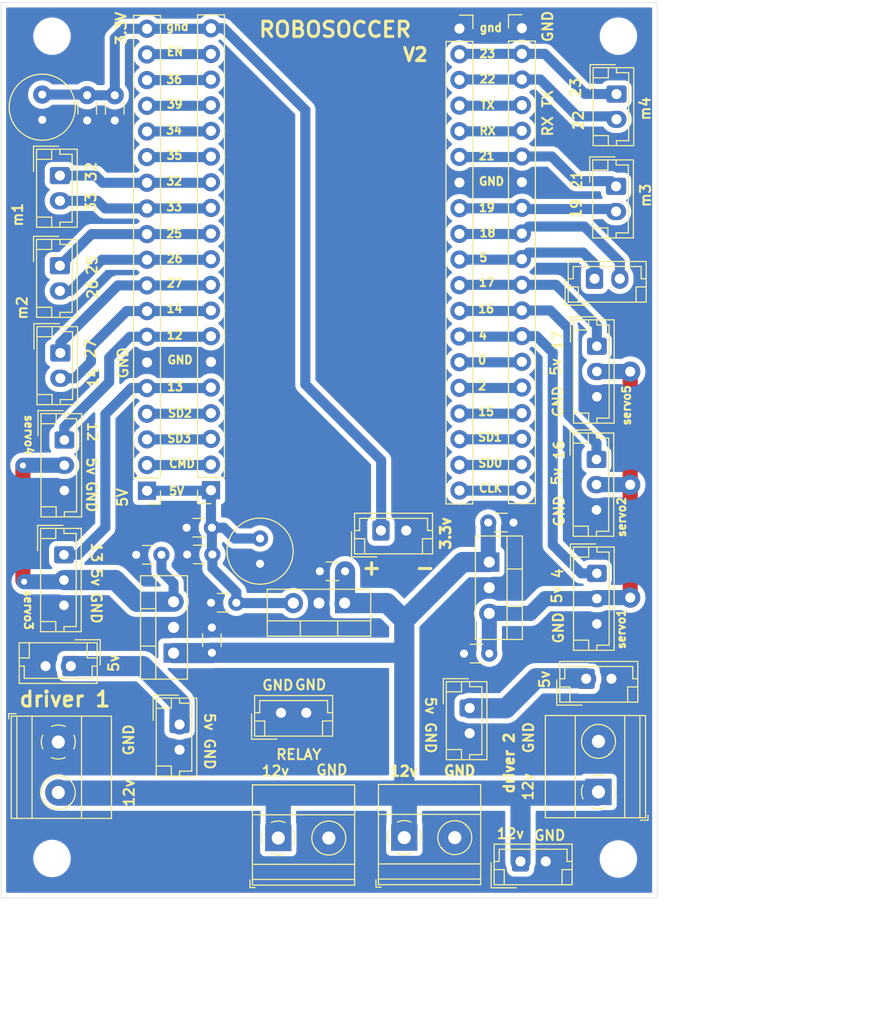
<source format=kicad_pcb>
(kicad_pcb (version 20240108) (generator "pcbnew") (generator_version "8.0")
  (layers (0 "F.Cu" signal) (31 "B.Cu" signal) (34 "B.Paste" user) (35 "F.Paste" user) (36 "B.SilkS" user "B.Silkscreen") (37 "F.SilkS" user "F.Silkscreen") (38 "B.Mask" user) (39 "F.Mask" user) (44 "Edge.Cuts" user))
  (net 0 "")
  (net 1 "GND")
  (net 2 "12v")
  (net 3 "3.3V")
  (net 4 "18")
  (net 5 "2")
  (net 6 "RX")
  (net 7 "21")
  (net 8 "TX")
  (net 9 "SD1")
  (net 10 "0")
  (net 11 "SD0")
  (net 12 "22")
  (net 13 "4")
  (net 14 "15")
  (net 15 "5")
  (net 16 "17")
  (net 17 "CLK")
  (net 18 "19")
  (net 19 "16")
  (net 20 "14")
  (net 21 "SD2")
  (net 22 "26")
  (net 23 "33")
  (net 24 "32")
  (net 25 "CMD")
  (net 26 "25")
  (net 27 "13")
  (net 28 "27")
  (net 29 "35")
  (net 30 "39")
  (net 31 "EN")
  (net 32 "34")
  (net 33 "12")
  (net 34 "36")
  (net 35 "SD3")
  (net 36 "23")
  (net 37 "5v-ESP")
  (net 38 "5v-3 4")
  (net 39 "5v-1 2 5")
  (net 40 "5v-d1")
  (net 41 "5v-d2")
  (footprint "Connector_JST:JST_EH_B2B-EH-A_1x02_P2.50mm_Vertical" (layer "F.Cu") (at 89.34 151.82 -90)
    (property "Reference" "J21" (hide yes))
    (property "Value" "5V D1" (hide yes))
  )
  (footprint "Capacitor_THT:C_Disc_D3.0mm_W1.6mm_P2.50mm" (layer "F.Cu") (at 105.72 136.65 180)
    (property "Reference" "C7" (hide yes))
    (property "Value" "0.1uf" (hide yes))
  )
  (footprint "Capacitor_THT:C_Disc_D3.0mm_W1.6mm_P2.50mm" (layer "F.Cu") (at 82.93 89.54 -90)
    (property "Reference" "C9" (hide yes))
    (property "Value" "0.1uf" (hide yes))
  )
  (footprint "Capacitor_THT:C_Disc_D3.0mm_W1.6mm_P2.50mm" (layer "F.Cu") (at 92.54 144.72 90)
    (property "Reference" "C1" (hide yes))
    (property "Value" "0.1uf" (hide yes))
  )
  (footprint "Connector_JST:JST_EH_B2B-EH-A_1x02_P2.50mm_Vertical" (layer "F.Cu") (at 129.58 147.29)
    (property "Reference" "J7" (hide yes))
    (property "Value" "5V D1" (hide yes))
  )
  (footprint "MountingHole:MountingHole_3.2mm_M3" (layer "F.Cu") (at 132.77 83.69)
    (property "Reference" "H1" (hide yes))
    (property "Value" "MountingHole" (hide yes))
  )
  (footprint "Connector_JST:JST_EH_B2B-EH-A_1x02_P2.50mm_Vertical" (layer "F.Cu") (at 109.27 132.62)
    (property "Reference" "J16" (hide yes))
    (property "Value" "battery conn" (hide yes))
  )
  (footprint "TerminalBlock_Phoenix:TerminalBlock_Phoenix_MKDS-1,5-2_1x02_P5.00mm_Horizontal" (layer "F.Cu") (at 130.8 158.49 90)
    (property "Reference" "J22" (hide yes))
    (property "Value" "battery conn" (hide yes))
  )
  (footprint "Connector_JST:JST_EH_B2B-EH-A_1x02_P2.50mm_Vertical" (layer "F.Cu") (at 132.58 89.42 -90)
    (property "Reference" "J8" (hide yes))
    (property "Value" "5V D1" (hide yes))
  )
  (footprint "MountingHole:MountingHole_3.2mm_M3" (layer "F.Cu") (at 132.77 165.13)
    (property "Reference" "H4" (hide yes))
    (property "Value" "MountingHole" (hide yes))
  )
  (footprint "Connector_JST:JST_EH_B2B-EH-A_1x02_P2.50mm_Vertical" (layer "F.Cu") (at 77.54 115.05 -90)
    (property "Reference" "J6" (hide yes))
    (property "Value" "5V D1" (hide yes))
  )
  (footprint "Connector_JST:JST_EH_B2B-EH-A_1x02_P2.50mm_Vertical" (layer "F.Cu") (at 132.54 98.55 -90)
    (property "Reference" "J25" (hide yes))
    (property "Value" "5V D1" (hide yes))
  )
  (footprint "MountingHole:MountingHole_3.2mm_M3" (layer "F.Cu") (at 76.72 83.69)
    (property "Reference" "H2" (hide yes))
    (property "Value" "MountingHole")
  )
  (footprint "Connector_PinHeader_2.54mm:PinHeader_1x19_P2.54mm_Vertical" (layer "F.Cu") (at 86.12 128.68 180)
    (property "Reference" "J14" (hide yes))
    (property "Value" "Conn_01x19_Pin" (hide yes))
  )
  (footprint "Connector_PinSocket_2.54mm:PinSocket_1x19_P2.54mm_Vertical" (layer "F.Cu") (at 117.04 82.94)
    (property "Reference" "J1" (hide yes))
    (property "Value" "Conn_01x19_Pin" (hide yes))
  )
  (footprint "Connector_JST:JST_EH_B3B-EH-A_1x03_P2.50mm_Vertical" (layer "F.Cu") (at 77.94 123.66 -90)
    (property "Reference" "J19" (hide yes))
    (property "Value" "servo 1" (hide yes))
  )
  (footprint "Capacitor_THT:C_Disc_D3.0mm_W1.6mm_P2.50mm" (layer "F.Cu") (at 87.55 135.02 180)
    (property "Reference" "C2" (hide yes))
    (property "Value" "0.1uf" (hide yes))
  )
  (footprint "Package_TO_SOT_THT:TO-220-3_Vertical" (layer "F.Cu") (at 88.75 144.75 90)
    (property "Reference" "U3" (hide yes))
    (property "Value" "L7805" (hide yes))
  )
  (footprint "Connector_JST:JST_EH_B2B-EH-A_1x02_P2.50mm_Vertical" (layer "F.Cu") (at 130.41 107.7)
    (property "Reference" "J9" (hide yes))
    (property "Value" "5V D1")
  )
  (footprint "Connector_JST:JST_EH_B3B-EH-A_1x03_P2.50mm_Vertical" (layer "F.Cu") (at 77.9 135.02 -90)
    (property "Reference" "J12" (hide yes))
    (property "Value" "servo3" (hide yes))
  )
  (footprint "Capacitor_THT:C_Disc_D3.0mm_W1.6mm_P2.50mm" (layer "F.Cu") (at 92.59 134.99 180)
    (property "Reference" "C12" (hide yes))
    (property "Value" "0.1uf" (hide yes))
  )
  (footprint "Capacitor_THT:C_Disc_D3.0mm_W1.6mm_P2.50mm" (layer "F.Cu") (at 92.54 132.34 180)
    (property "Reference" "C13" (hide yes))
    (property "Value" "0.1uf" (hide yes))
  )
  (footprint "Package_TO_SOT_THT:TO-220-3_Vertical" (layer "F.Cu") (at 105.68 139.8 180)
    (property "Reference" "U2" (hide yes))
    (property "Value" "L7805" (hide yes))
  )
  (footprint "Package_TO_SOT_THT:TO-220-3_Vertical" (layer "F.Cu") (at 119.99 135.74 -90)
    (property "Reference" "U1" (hide yes))
    (property "Value" "L7805" (hide yes))
  )
  (footprint "Capacitor_THT:C_Disc_D3.0mm_W1.6mm_P2.50mm" (layer "F.Cu") (at 119.89 131.83)
    (property "Reference" "C5" (hide yes))
    (property "Value" "0.1uf" (hide yes))
  )
  (footprint "Capacitor_THT:C_Disc_D3.0mm_W1.6mm_P2.50mm" (layer "F.Cu") (at 119.99 144.8 180)
    (property "Reference" "C6" (hide yes))
    (property "Value" "0.1uf" (hide yes))
  )
  (footprint "Connector_JST:JST_EH_B2B-EH-A_1x02_P2.50mm_Vertical" (layer "F.Cu") (at 77.5 97.49 -90)
    (property "Reference" "J5" (hide yes))
    (property "Value" "5V D1" (hide yes))
  )
  (footprint "Connector_JST:JST_EH_B3B-EH-A_1x03_P2.50mm_Vertical" (layer "F.Cu") (at 130.6 125.58 -90)
    (property "Reference" "J10" (hide yes))
    (property "Value" "servo 1" (hide yes))
  )
  (footprint "Connector_JST:JST_EH_B2B-EH-A_1x02_P2.50mm_Vertical" (layer "F.Cu") (at 118.05 150.19 -90)
    (property "Reference" "J15" (hide yes))
    (property "Value" "5V D2" (hide yes))
  )
  (footprint "Capacitor_THT:C_Radial_D6.3mm_H5.0mm_P2.50mm" (layer "F.Cu") (at 97.31 133.41 -90)
    (property "Reference" "C11" (hide yes))
    (property "Value" "100uf")
  )
  (footprint "TerminalBlock_Phoenix:TerminalBlock_Phoenix_MKDS-1,5-2_1x02_P5.00mm_Horizontal" (layer "F.Cu") (at 77.34 153.55 -90)
    (property "Reference" "J23" (hide yes))
    (property "Value" "battery conn" (hide yes))
  )
  (footprint "Connector_JST:JST_EH_B2B-EH-A_1x02_P2.50mm_Vertical" (layer "F.Cu") (at 77.5 106.41 -90)
    (property "Reference" "J24" (hide yes))
    (property "Value" "5V D1" (hide yes))
  )
  (footprint "Connector_JST:JST_EH_B2B-EH-A_1x02_P2.50mm_Vertical" (layer "F.Cu") (at 78.58 146.04 180)
    (property "Reference" "J4" (hide yes))
    (property "Value" "5V D1" (hide yes))
  )
  (footprint "Capacitor_THT:C_Disc_D3.0mm_W1.6mm_P2.50mm" (layer "F.Cu") (at 80.2 89.53 -90)
    (property "Reference" "C4" (hide yes))
    (property "Value" "0.1uf" (hide yes))
  )
  (footprint "Connector_JST:JST_EH_B2B-EH-A_1x02_P2.50mm_Vertical" (layer "F.Cu") (at 99.38 150.66)
    (property "Reference" "J26" (hide yes))
    (property "Value" "5V D1" (hide yes))
  )
  (footprint "Connector_PinHeader_2.54mm:PinHeader_1x19_P2.54mm_Vertical" (layer "F.Cu") (at 123.22 82.9)
    (property "Reference" "J13" (hide yes))
    (property "Value" "Conn_01x19_Pin" (hide yes))
  )
  (footprint "Capacitor_THT:C_Disc_D3.0mm_W1.6mm_P2.50mm" (layer "F.Cu") (at 94.96 139.77 180)
    (property "Reference" "C8" (hide yes))
    (property "Value" "0.1uf" (hide yes))
  )
  (footprint "Connector_JST:JST_EH_B3B-EH-A_1x03_P2.50mm_Vertical" (layer "F.Cu") (at 130.64 114.38 -90)
    (property "Reference" "J20" (hide yes))
    (property "Value" "servo2" (hide yes))
  )
  (footprint "MountingHole:MountingHole_3.2mm_M3" (layer "F.Cu") (at 76.72 165.08)
    (property "Reference" "H3" (hide yes))
    (property "Value" "MountingHole" (hide yes))
  )
  (footprint "TerminalBlock_Phoenix:TerminalBlock_Phoenix_MKDS-1,5-2_1x02_P5.00mm_Horizontal" (layer "F.Cu") (at 111.58 163.015)
    (property "Reference" "J3" (hide yes))
    (property "Value" "battery conn" (hide yes))
  )
  (footprint "TerminalBlock_Phoenix:TerminalBlock_Phoenix_MKDS-1,5-2_1x02_P5.00mm_Horizontal" (layer "F.Cu") (at 99.11 163.055)
    (property "Reference" "J18" (hide yes))
    (property "Value" "RELAT CON" (hide yes))
  )
  (footprint "Connector_PinSocket_2.54mm:PinSocket_1x19_P2.54mm_Vertical" (layer "F.Cu") (at 92.45 128.63 180)
    (property "Reference" "J2" (hide yes))
    (property "Value" "Conn_01x19_Pin" (hide yes))
  )
  (footprint "Connector_JST:JST_EH_B2B-EH-A_1x02_P2.50mm_Vertical" (layer "F.Cu") (at 123.08 165.37)
    (property "Reference" "J17" (hide yes))
    (property "Value" "12V" (hide yes))
  )
  (footprint "Connector_JST:JST_EH_B3B-EH-A_1x03_P2.50mm_Vertical" (layer "F.Cu") (at 130.64 136.86 -90)
    (property "Reference" "J11" (hide yes))
    (property "Value" "servo2" (hide yes))
  )
  (footprint "Capacitor_THT:C_Radial_D6.3mm_H5.0mm_P2.50mm" (layer "F.Cu") (at 75.75 89.47 -90)
    (property "Reference" "C10" (hide yes))
    (property "Value" "100uf" (hide yes))
  )
  (gr_rect (start 71.68 80.35) (end 136.61 168.98) (stroke (width 0.05)) (fill none) (layer "Edge.Cuts"))
  (gr_text "RX" (at 126.36 93.72 90) (layer "F.SilkS") (effects (font (size 1 1) (thickness 0.2) (bold yes)) (justify left bottom)))
  (gr_text "19" (at 118.86 101.13 0) (layer "F.SilkS") (effects (font (size 0.8 0.8) (thickness 0.2) (bold yes)) (justify left bottom)))
  (gr_text "18" (at 118.93 103.63 0) (layer "F.SilkS") (effects (font (size 0.8 0.8) (thickness 0.2) (bold yes)) (justify left bottom)))
  (gr_text "4" (at 127.36 137.47 90) (layer "F.SilkS") (effects (font (size 1 1) (thickness 0.2) (bold yes)) (justify left bottom)))
  (gr_text "12v" (at 120.62 163.21 0) (layer "F.SilkS") (effects (font (size 1 1) (thickness 0.2) (bold yes)) (justify left bottom)))
  (gr_text "16" (at 118.79 111.16 0) (layer "F.SilkS") (effects (font (size 0.8 0.8) (thickness 0.2) (bold yes)) (justify left bottom)))
  (gr_text "TX" (at 126.36 90.88 90) (layer "F.SilkS") (effects (font (size 1 1) (thickness 0.2) (bold yes)) (justify left bottom)))
  (gr_text "13" (at 88.02 118.87 0) (layer "F.SilkS") (effects (font (size 0.8 0.8) (thickness 0.2) (bold yes)) (justify left bottom)))
  (gr_text "23" (at 118.91 85.89 0) (layer "F.SilkS") (effects (font (size 0.8 0.8) (thickness 0.2) (bold yes)) (justify left bottom)))
  (gr_text "GND" (at 118.86 98.53 0) (layer "F.SilkS") (effects (font (size 0.8 0.8) (thickness 0.2) (bold yes)) (justify left bottom)))
  (gr_text "35" (at 87.95 95.96 0) (layer "F.SilkS") (effects (font (size 0.8 0.8) (thickness 0.2) (bold yes)) (justify left bottom)))
  (gr_text "16" (at 127.49 125.73 90) (layer "F.SilkS") (effects (font (size 1 1) (thickness 0.2) (bold yes)) (justify left bottom)))
  (gr_text "26" (at 87.97 106.18 0) (layer "F.SilkS") (effects (font (size 0.8 0.8) (thickness 0.2) (bold yes)) (justify left bottom)))
  (gr_text "36" (at 87.92 88.44 0) (layer "F.SilkS") (effects (font (size 0.8 0.8) (thickness 0.2) (bold yes)) (justify left bottom)))
  (gr_text "33" (at 81.15 101.2 90) (layer "F.SilkS") (effects (font (size 1 1) (thickness 0.2) (bold yes)) (justify left bottom)))
  (gr_text "5v" (at 91.73 150.57 -90) (layer "F.SilkS") (effects (font (size 1 1) (thickness 0.2) (bold yes)) (justify left bottom)))
  (gr_text "5v" (at 80.07 125.28 -90) (layer "F.SilkS") (effects (font (size 1 1) (thickness 0.2) (bold yes)) (justify left bottom)))
  (gr_text "14" (at 87.95 111.13 0) (layer "F.SilkS") (effects (font (size 0.8 0.8) (thickness 0.2) (bold yes)) (justify left bottom)))
  (gr_text "RELAY\n" (at 98.79 155.38 0) (layer "F.SilkS") (effects (font (size 1 1) (thickness 0.2) (bold yes)) (justify left bottom)))
  (gr_text "5v" (at 126.05 148.34 90) (layer "F.SilkS") (effects (font (size 1 1) (thickness 0.2) (bold yes)) (justify left bottom)))
  (gr_text "21" (at 118.84 96.01 0) (layer "F.SilkS") (effects (font (size 0.8 0.8) (thickness 0.2) (bold yes)) (justify left bottom)))
  (gr_text "gnd" (at 118.93 83.31 0) (layer "F.SilkS") (effects (font (size 0.8 0.8) (thickness 0.2) (bold yes)) (justify left bottom)))
  (gr_text "servo4\n" (at 73.97 121.07 270) (layer "F.SilkS") (effects (font (size 0.8 0.8) (thickness 0.2) (bold yes)) (justify left bottom)))
  (gr_text "GND" (at 97.41 148.52 0) (layer "F.SilkS") (effects (font (size 1 1) (thickness 0.2) (bold yes)) (justify left bottom)))
  (gr_text "servo2\n" (at 133.56 133.38 90) (layer "F.SilkS") (effects (font (size 0.8 0.8) (thickness 0.2) (bold yes)) (justify left bottom)))
  (gr_text "m3" (at 136.04 100.72 90) (layer "F.SilkS") (effects (font (size 1 1) (thickness 0.2) (bold yes)) (justify left bottom)))
  (gr_text "GND" (at 127.42 143.91 90) (layer "F.SilkS") (effects (font (size 1 1) (thickness 0.2) (bold yes)) (justify left bottom)))
  (gr_text "39" (at 87.97 90.89 0) (layer "F.SilkS") (effects (font (size 0.8 0.8) (thickness 0.2) (bold yes)) (justify left bottom)))
  (gr_text "GND" (at 127.38 121.5 90) (layer "F.SilkS") (effects (font (size 1 1) (thickness 0.2) (bold yes)) (justify left bottom)))
  (gr_text "2" (at 118.77 118.78 0) (layer "F.SilkS") (effects (font (size 0.8 0.8) (thickness 0.2) (bold yes)) (justify left bottom)))
  (gr_text "15" (at 118.79 121.33 0) (layer "F.SilkS") (effects (font (size 0.8 0.8) (thickness 0.2) (bold yes)) (justify left bottom)))
  (gr_text "gnd" (at 87.92 83.2 0) (layer "F.SilkS") (effects (font (size 0.8 0.8) (thickness 0.2) (bold yes)) (justify left bottom)))
  (gr_text "27" (at 87.97 108.61 0) (layer "F.SilkS") (effects (font (size 0.8 0.8) (thickness 0.2) (bold yes)) (justify left bottom)))
  (gr_text "EN" (at 87.97 85.7 0) (layer "F.SilkS") (effects (font (size 0.8 0.8) (thickness 0.2) (bold yes)) (justify left bottom)))
  (gr_text "4" (at 118.84 113.78 0) (layer "F.SilkS") (effects (font (size 0.8 0.8) (thickness 0.2) (bold yes)) (justify left bottom)))
  (gr_text "GND" (at 126.36 84.38 90) (layer "F.SilkS") (effects (font (size 1 1) (thickness 0.2) (bold yes)) (justify left bottom)))
  (gr_text "GND" (at 80.04 127.61 -90) (layer "F.SilkS") (effects (font (size 1 1) (thickness 0.2) (bold yes)) (justify left bottom)))
  (gr_text "12v" (at 110.04 157.03 0) (layer "F.SilkS") (effects (font (size 1 1) (thickness 0.25) (bold yes)) (justify left bottom)))
  (gr_text "3.3v" (at 116.26 134.64 90) (layer "F.SilkS") (effects (font (size 1 1) (thickness 0.25) (bold yes)) (justify left bottom)))
  (gr_text "V2" (at 111.3 86.28 0) (layer "F.SilkS") (effects (font (size 1.3 1.3) (thickness 0.3) (bold yes)) (justify left bottom)))
  (gr_text "GND" (at 80.51 138.64 -90) (layer "F.SilkS") (effects (font (size 1 1) (thickness 0.2) (bold yes)) (justify left bottom)))
  (gr_text "GND" (at 100.66 148.48 0) (layer "F.SilkS") (effects (font (size 1 1) (thickness 0.2) (bold yes)) (justify left bottom)))
  (gr_text "33" (at 87.92 101.06 0) (layer "F.SilkS") (effects (font (size 0.8 0.8) (thickness 0.2) (bold yes)) (justify left bottom)))
  (gr_text "32" (at 87.92 98.51 0) (layer "F.SilkS") (effects (font (size 0.8 0.8) (thickness 0.2) (bold yes)) (justify left bottom)))
  (gr_text "5" (at 118.89 106.08 0) (layer "F.SilkS") (effects (font (size 0.8 0.8) (thickness 0.2) (bold yes)) (justify left bottom)))
  (gr_text "CMD" (at 88.19 126.47 0) (layer "F.SilkS") (effects (font (size 0.8 0.8) (thickness 0.2) (bold yes)) (justify left bottom)))
  (gr_text "GND" (at 84.33 117.68 90) (layer "F.SilkS") (effects (font (size 1 1) (thickness 0.2) (bold yes)) (justify left bottom)))
  (gr_text "5V" (at 88.19 129.19 0) (layer "F.SilkS") (effects (font (size 0.8 0.8) (thickness 0.2) (bold yes)) (justify left bottom)))
  (gr_text "CLK" (at 118.86 128.9 0) (layer "F.SilkS") (effects (font (size 0.8 0.8) (thickness 0.2) (bold yes)) (justify left bottom)))
  (gr_text "12" (at 87.97 113.75 0) (layer "F.SilkS") (effects (font (size 0.8 0.8) (thickness 0.2) (bold yes)) (justify left bottom)))
  (gr_text "12v" (at 124.42 159.44 90) (layer "F.SilkS") (effects (font (size 1 1) (thickness 0.2) (bold yes)) (justify left bottom)))
  (gr_text "0" (at 118.77 116.23 0) (layer "F.SilkS") (effects (font (size 0.8 0.8) (thickness 0.2) (bold yes)) (justify left bottom)))
  (gr_text "19" (at 129.19 101.86 90) (layer "F.SilkS") (effects (font (size 1 1) (thickness 0.2) (bold yes)) (justify left bottom)))
  (gr_text "SD0" (at 118.79 126.42 0) (layer "F.SilkS") (effects (font (size 0.8 0.8) (thickness 0.2) (bold yes)) (justify left bottom)))
  (gr_text "GND" (at 102.76 156.9 0) (layer "F.SilkS") (effects (font (size 1 1) (thickness 0.2) (bold yes)) (justify left bottom)))
  (gr_text "17" (at 127.38 114.88 90) (layer "F.SilkS") (effects (font (size 1 1) (thickness 0.2) (bold yes)) (justify left bottom)))
  (gr_text "GND" (at 127.49 132.35 90) (layer "F.SilkS") (effects (font (size 1 1) (thickness 0.2) (bold yes)) (justify left bottom)))
  (gr_text "13" (at 80.53 133.71 270) (layer "F.SilkS") (effects (font (size 1 1) (thickness 0.2) (bold yes)) (justify left bottom)))
  (gr_text "servo3\n" (at 73.92 138.38 270) (layer "F.SilkS") (effects (font (size 0.8 0.8) (thickness 0.2) (bold yes)) (justify left bottom)))
  (gr_text "17" (at 118.86 108.54 0) (layer "F.SilkS") (effects (font (size 0.8 0.8) (thickness 0.2) (bold yes)) (justify left bottom)))
  (gr_text "25" (at 81.27 107.44 90) (layer "F.SilkS") (effects (font (size 1 1) (thickness 0.2) (bold yes)) (justify left bottom)))
  (gr_text "TX" (at 119 90.98 0) (layer "F.SilkS") (effects (font (size 0.8 0.8) (thickness 0.2) (bold yes)) (justify left bottom)))
  (gr_text "12v" (at 84.94 160.06 90) (layer "F.SilkS") (effects (font (size 1 1) (thickness 0.2) (bold yes)) (justify left bottom)))
  (gr_text "+   -\n" (at 107.22 137.15 0) (layer "F.SilkS") (effects (font (size 1.5 1.5) (thickness 0.3) (bold yes)) (justify left bottom)))
  (gr_text "3.3V" (at 84.14 84.67 90) (layer "F.SilkS") (effects (font (size 1 1) (thickness 0.2) (bold yes)) (justify left bottom)))
  (gr_text "GND" (at 124.46 154.77 90) (layer "F.SilkS") (effects (font (size 1 1) (thickness 0.2) (bold yes)) (justify left bottom)))
  (gr_text "GND" (at 88.04 116.21 0) (layer "F.SilkS") (effects (font (size 0.8 0.8) (thickness 0.2) (bold yes)) (justify left bottom)))
  (gr_text "m2" (at 74.35 111.85 90) (layer "F.SilkS") (effects (font (size 1 1) (thickness 0.2) (bold yes)) (justify left bottom)))
  (gr_text "SD1" (at 118.77 123.85 0) (layer "F.SilkS") (effects (font (size 0.8 0.8) (thickness 0.2) (bold yes)) (justify left bottom)))
  (gr_text "GND" (at 84.9 155 90) (layer "F.SilkS") (effects (font (size 1 1) (thickness 0.2) (bold yes)) (justify left bottom)))
  (gr_text "m4" (at 136 92.14 90) (layer "F.SilkS") (effects (font (size 1 1) (thickness 0.2) (bold yes)) (justify left bottom)))
  (gr_text "5V" (at 84.28 130.39 90) (layer "F.SilkS") (effects (font (size 1 1) (thickness 0.2) (bold yes)) (justify left bottom)))
  (gr_text "ROBOSOCCER \n" (at 97.04 83.91 0) (layer "F.SilkS") (effects (font (size 1.5 1.5) (thickness 0.3) (bold yes)) (justify left bottom)))
  (gr_text "SD2" (at 88.09 121.47 0) (layer "F.SilkS") (effects (font (size 0.8 0.8) (thickness 0.2) (bold yes)) (justify left bottom)))
  (gr_text "driver 1" (at 73.33 150.19 0) (layer "F.SilkS") (effects (font (size 1.5 1.5) (thickness 0.3) (bold yes)) (justify left bottom)))
  (gr_text "5v" (at 127.16 117.41 90) (layer "F.SilkS") (effects (font (size 1 1) (thickness 0.2) (bold yes)) (justify left bottom)))
  (gr_text "27" (at 81.13 115.7 90) (layer "F.SilkS") (effects (font (size 1 1) (thickness 0.2) (bold yes)) (justify left bottom)))
  (gr_text "GND" (at 113.6 151.48 -90) (layer "F.SilkS") (effects (font (size 1 1) (thickness 0.2) (bold yes)) (justify left bottom)))
  (gr_text "RX" (at 118.91 93.53 0) (layer "F.SilkS") (effects (font (size 0.8 0.8) (thickness 0.2) (bold yes)) (justify left bottom)))
  (gr_text "5v" (at 80.53 136.28 -90) (layer "F.SilkS") (effects (font (size 1 1) (thickness 0.2) (bold yes)) (justify left bottom)))
  (gr_text "14" (at 81.37 118.58 90) (layer "F.SilkS") (effects (font (size 1 1) (thickness 0.2) (bold yes)) (justify left bottom)))
  (gr_text "5v" (at 83.41 146.73 90) (layer "F.SilkS") (effects (font (size 1 1) (thickness 0.2) (bold yes)) (justify left bottom)))
  (gr_text "21" (at 129.24 99.02 90) (layer "F.SilkS") (effects (font (size 1 1) (thickness 0.2) (bold yes)) (justify left bottom)))
  (gr_text "GND" (at 115.37 157 0) (layer "F.SilkS") (effects (font (size 1 1) (thickness 0.25) (bold yes)) (justify left bottom)))
  (gr_text "m1" (at 73.9 102.64 90) (layer "F.SilkS") (effects (font (size 1 1) (thickness 0.2) (bold yes)) (justify left bottom)))
  (gr_text "22" (at 118.93 88.39 0) (layer "F.SilkS") (effects (font (size 0.8 0.8) (thickness 0.2) (bold yes)) (justify left bottom)))
  (gr_text "5v" (at 127.26 139.95 90) (layer "F.SilkS") (effects (font (size 1 1) (thickness 0.2) (bold yes)) (justify left bottom)))
  (gr_text "34" (at 87.9 93.46 0) (layer "F.SilkS") (effects (font (size 0.8 0.8) (thickness 0.2) (bold yes)) (justify left bottom)))
  (gr_text "26" (at 81.32 109.81 90) (layer "F.SilkS") (effects (font (size 1 1) (thickness 0.2) (bold yes)) (justify left bottom)))
  (gr_text "23" (at 129.13 89.87 90) (layer "F.SilkS") (effects (font (size 1 1) (thickness 0.2) (bold yes)) (justify left bottom)))
  (gr_text "servo1\n" (at 133.52 144.46 90) (layer "F.SilkS") (effects (font (size 0.8 0.8) (thickness 0.2) (bold yes)) (justify left bottom)))
  (gr_text "GND" (at 124.32 163.38 0) (layer "F.SilkS") (effects (font (size 1 1) (thickness 0.2) (bold yes)) (justify left bottom)))
  (gr_text "12" (at 80.15 121.76 270) (layer "F.SilkS") (effects (font (size 1 1) (thickness 0.2) (bold yes)) (justify left bottom)))
  (gr_text "5v" (at 113.6 148.97 -90) (layer "F.SilkS") (effects (font (size 1 1) (thickness 0.2) (bold yes)) (justify left bottom)))
  (gr_text "servo5\n" (at 134.04 122.32 90) (layer "F.SilkS") (effects (font (size 0.8 0.8) (thickness 0.2) (bold yes)) (justify left bottom)))
  (gr_text "12v" (at 97.37 157.01 0) (layer "F.SilkS") (effects (font (size 1 1) (thickness 0.2) (bold yes)) (justify left bottom)))
  (gr_text "driver 2" (at 122.54 158.77 90) (layer "F.SilkS") (effects (font (size 1 1) (thickness 0.25) (bold yes)) (justify left bottom)))
  (gr_text "5v" (at 127.27 128.26 90) (layer "F.SilkS") (effects (font (size 1 1) (thickness 0.2) (bold yes)) (justify left bottom)))
  (gr_text "SD3" (at 88.02 123.97 0) (layer "F.SilkS") (effects (font (size 0.8 0.8) (thickness 0.2) (bold yes)) (justify left bottom)))
  (gr_text "22" (at 129.4 93.1 90) (layer "F.SilkS") (effects (font (size 1 1) (thickness 0.2) (bold yes)) (justify left bottom)))
  (gr_text "25" (at 87.92 103.7 0) (layer "F.SilkS") (effects (font (size 0.8 0.8) (thickness 0.2) (bold yes)) (justify left bottom)))
  (gr_text "GND" (at 91.73 153.08 -90) (layer "F.SilkS") (effects (font (size 1 1) (thickness 0.2) (bold yes)) (justify left bottom)))
  (gr_text "32" (at 81.18 98.19 90) (layer "F.SilkS") (effects (font (size 1 1) (thickness 0.2) (bold yes)) (justify left bottom)))
  (segment (start 92.13 115.98) (end 92.16 115.95) (width 1) (layer "F.Cu") (net 1))
  (segment (start 92.43 115.95) (end 86.15 115.95) (width 1) (layer "B.Cu") (net 1))
  (segment (start 117.26 82.95) (end 123.17 82.95) (width 1) (layer "B.Cu") (net 1))
  (segment (start 92.45 115.93) (end 92.43 115.95) (width 1) (layer "B.Cu") (net 1))
  (segment (start 123.17 98.19) (end 123.22 98.14) (width 1) (layer "B.Cu") (net 1))
  (segment (start 123.17 82.95) (end 123.22 82.9) (width 1) (layer "B.Cu") (net 1))
  (segment (start 117.04 98.18) (end 117.05 98.19) (width 1) (layer "B.Cu") (net 1))
  (segment (start 117.05 98.19) (end 123.17 98.19) (width 1) (layer "B.Cu") (net 1))
  (segment (start 86.15 115.95) (end 86.12 115.98) (width 1) (layer "B.Cu") (net 1))
  (segment (start 111.58 144.72) (end 111.58 159.97) (width 2) (layer "B.Cu") (net 2))
  (segment (start 99.2 158.61) (end 77.4 158.61) (width 2.5) (layer "B.Cu") (net 2))
  (segment (start 109.87 139.8) (end 111.58 141.51) (width 2) (layer "B.Cu") (net 2))
  (segment (start 117.35 135.74) (end 119.99 135.74) (width 2) (layer "B.Cu") (net 2))
  (segment (start 105.72 136.65) (end 105.72 139.76) (width 2) (layer "B.Cu") (net 2))
  (segment (start 92.51 144.75) (end 92.54 144.72) (width 2) (layer "B.Cu") (net 2))
  (segment (start 123.08 158.73) (end 123.08 165.37) (width 2) (layer "B.Cu") (net 2))
  (segment (start 123.2 158.61) (end 123.08 158.73) (width 2) (layer "B.Cu") (net 2))
  (segment (start 111.58 159.97) (end 111.58 158.67) (width 2.5) (layer "B.Cu") (net 2))
  (segment (start 130.68 158.61) (end 111.52 158.61) (width 2.5) (layer "B.Cu") (net 2))
  (segment (start 77.4 158.61) (end 77.34 158.55) (width 2.5) (layer "B.Cu") (net 2))
  (segment (start 119.89 131.83) (end 119.89 135.64) (width 1.5) (layer "B.Cu") (net 2))
  (segment (start 111.58 141.51) (end 117.35 135.74) (width 2) (layer "B.Cu") (net 2))
  (segment (start 99.11 158.7) (end 99.2 158.61) (width 2.5) (layer "B.Cu") (net 2))
  (segment (start 88.75 144.75) (end 92.51 144.75) (width 2) (layer "B.Cu") (net 2))
  (segment (start 119.89 135.64) (end 119.99 135.74) (width 1.5) (layer "B.Cu") (net 2))
  (segment (start 111.58 163.015) (end 111.58 159.97) (width 2.5) (layer "B.Cu") (net 2))
  (segment (start 105.72 139.76) (end 105.68 139.8) (width 2) (layer "B.Cu") (net 2))
  (segment (start 92.54 144.72) (end 111.58 144.72) (width 2) (layer "B.Cu") (net 2))
  (segment (start 111.52 158.61) (end 99.2 158.61) (width 2.5) (layer "B.Cu") (net 2))
  (segment (start 130.8 158.49) (end 130.68 158.61) (width 2.5) (layer "B.Cu") (net 2))
  (segment (start 111.58 141.51) (end 111.58 144.72) (width 2) (layer "B.Cu") (net 2))
  (segment (start 119.8 135.55) (end 119.99 135.74) (width 1) (layer "B.Cu") (net 2))
  (segment (start 105.68 139.8) (end 109.87 139.8) (width 2) (layer "B.Cu") (net 2))
  (segment (start 111.58 158.67) (end 111.52 158.61) (width 2.5) (layer "B.Cu") (net 2))
  (segment (start 99.11 163.055) (end 99.11 158.7) (width 2.5) (layer "B.Cu") (net 2))
  (segment (start 93.7 82.91) (end 101.79 91) (width 1) (layer "B.Cu") (net 3))
  (segment (start 92.45 82.91) (end 93.7 82.91) (width 1) (layer "B.Cu") (net 3))
  (segment (start 101.79 91) (end 101.79 118.16) (width 1) (layer "B.Cu") (net 3))
  (segment (start 86.12 82.96) (end 83.87 82.96) (width 1) (layer "B.Cu") (net 3))
  (segment (start 83.87 82.96) (end 82.93 83.9) (width 1) (layer "B.Cu") (net 3))
  (segment (start 82.93 83.9) (end 82.93 89.54) (width 1) (layer "B.Cu") (net 3))
  (segment (start 92.4 82.96) (end 92.45 82.91) (width 1) (layer "B.Cu") (net 3))
  (segment (start 80.14 89.47) (end 75.75 89.47) (width 1) (layer "B.Cu") (net 3))
  (segment (start 86.12 82.96) (end 92.4 82.96) (width 1) (layer "B.Cu") (net 3))
  (segment (start 109.29 132.6) (end 109.27 132.62) (width 1) (layer "B.Cu") (net 3))
  (segment (start 82.93 89.54) (end 80.21 89.54) (width 1) (layer "B.Cu") (net 3))
  (segment (start 80.2 89.53) (end 80.14 89.47) (width 1) (layer "B.Cu") (net 3))
  (segment (start 109.29 125.66) (end 109.29 132.6) (width 1) (layer "B.Cu") (net 3))
  (segment (start 101.79 118.16) (end 109.29 125.66) (width 1) (layer "B.Cu") (net 3))
  (segment (start 80.21 89.54) (end 80.2 89.53) (width 1) (layer "B.Cu") (net 3))
  (segment (start 117.04 103.26) (end 117.05 103.27) (width 1) (layer "B.Cu") (net 4))
  (segment (start 117.05 103.27) (end 123.17 103.27) (width 1) (layer "B.Cu") (net 4))
  (segment (start 132.91 107.7) (end 132.91 106.03957) (width 1) (layer "B.Cu") (net 4))
  (segment (start 129.40043 102.53) (end 123.91 102.53) (width 1) (layer "B.Cu") (net 4))
  (segment (start 123.17 103.27) (end 123.22 103.22) (width 1) (layer "B.Cu") (net 4))
  (segment (start 123.91 102.53) (end 123.22 103.22) (width 1) (layer "B.Cu") (net 4))
  (segment (start 132.91 106.03957) (end 129.40043 102.53) (width 1) (layer "B.Cu") (net 4))
  (segment (start 123.17 118.51) (end 123.22 118.46) (width 1) (layer "B.Cu") (net 5))
  (segment (start 117.04 118.5) (end 117.05 118.51) (width 1) (layer "B.Cu") (net 5))
  (segment (start 117.05 118.51) (end 123.17 118.51) (width 1) (layer "B.Cu") (net 5))
  (segment (start 117.05 93.11) (end 123.17 93.11) (width 1) (layer "B.Cu") (net 6))
  (segment (start 117.04 93.1) (end 117.05 93.11) (width 1) (layer "B.Cu") (net 6))
  (segment (start 123.17 93.11) (end 123.22 93.06) (width 1) (layer "B.Cu") (net 6))
  (segment (start 117.04 95.64) (end 117.05 95.65) (width 1) (layer "B.Cu") (net 7))
  (segment (start 128.62 98.04) (end 126.18 95.6) (width 1) (layer "B.Cu") (net 7))
  (segment (start 132.03 98.04) (end 128.62 98.04) (width 1) (layer "B.Cu") (net 7))
  (segment (start 126.18 95.6) (end 123.22 95.6) (width 1) (layer "B.Cu") (net 7))
  (segment (start 123.17 95.65) (end 123.22 95.6) (width 1) (layer "B.Cu") (net 7))
  (segment (start 117.05 95.65) (end 123.17 95.65) (width 1) (layer "B.Cu") (net 7))
  (segment (start 132.54 98.55) (end 132.03 98.04) (width 1) (layer "B.Cu") (net 7))
  (segment (start 117.05 90.57) (end 123.17 90.57) (width 1) (layer "B.Cu") (net 8))
  (segment (start 123.17 90.57) (end 123.22 90.52) (width 1) (layer "B.Cu") (net 8))
  (segment (start 117.04 90.56) (end 117.05 90.57) (width 1) (layer "B.Cu") (net 8))
  (segment (start 117.26 123.59) (end 123.17 123.59) (width 1) (layer "B.Cu") (net 9))
  (segment (start 123.17 123.59) (end 123.22 123.54) (width 1) (layer "B.Cu") (net 9))
  (segment (start 117.05 115.97) (end 123.17 115.97) (width 1) (layer "B.Cu") (net 10))
  (segment (start 117.04 115.96) (end 117.05 115.97) (width 1) (layer "B.Cu") (net 10))
  (segment (start 123.17 115.97) (end 123.22 115.92) (width 1) (layer "B.Cu") (net 10))
  (segment (start 117.04 126.12) (end 117.05 126.13) (width 1) (layer "B.Cu") (net 11))
  (segment (start 123.17 126.13) (end 123.22 126.08) (width 1) (layer "B.Cu") (net 11))
  (segment (start 117.05 126.13) (end 123.17 126.13) (width 1) (layer "B.Cu") (net 11))
  (segment (start 117.08 87.98) (end 117.04 88.02) (width 1) (layer "B.Cu") (net 12))
  (segment (start 123.22 87.98) (end 125.05 87.98) (width 1) (layer "B.Cu") (net 12))
  (segment (start 117.04 88.02) (end 117.05 88.03) (width 1) (layer "B.Cu") (net 12))
  (segment (start 125.05 87.98) (end 128.7 91.63) (width 1) (layer "B.Cu") (net 12))
  (segment (start 117.05 88.03) (end 117.26 88.03) (width 1) (layer "B.Cu") (net 12))
  (segment (start 123.22 87.98) (end 117.08 87.98) (width 1) (layer "B.Cu") (net 12))
  (segment (start 132.29 91.63) (end 132.58 91.92) (width 1) (layer "B.Cu") (net 12))
  (segment (start 128.7 91.63) (end 132.29 91.63) (width 1) (layer "B.Cu") (net 12))
  (segment (start 129.09 136.86) (end 126.27 134.04) (width 1) (layer "B.Cu") (net 13))
  (segment (start 123.17 113.43) (end 123.22 113.38) (width 1) (layer "B.Cu") (net 13))
  (segment (start 126.27 114.99) (end 124.66 113.38) (width 1) (layer "B.Cu") (net 13))
  (segment (start 130.64 136.86) (end 129.09 136.86) (width 1) (layer "B.Cu") (net 13))
  (segment (start 124.66 113.38) (end 123.22 113.38) (width 1) (layer "B.Cu") (net 13))
  (segment (start 117.05 113.43) (end 123.17 113.43) (width 1) (layer "B.Cu") (net 13))
  (segment (start 126.27 134.04) (end 126.27 114.99) (width 1) (layer "B.Cu") (net 13))
  (segment (start 117.04 113.42) (end 117.05 113.43) (width 1) (layer "B.Cu") (net 13))
  (segment (start 123.17 121.05) (end 123.22 121) (width 1) (layer "B.Cu") (net 14))
  (segment (start 117.04 121.04) (end 117.05 121.05) (width 1) (layer "B.Cu") (net 14))
  (segment (start 117.05 121.05) (end 123.17 121.05) (width 1) (layer "B.Cu") (net 14))
  (segment (start 130.41 107.7) (end 130.41 106.24) (width 1) (layer "B.Cu") (net 15))
  (segment (start 117.04 105.8) (end 117.05 105.81) (width 1) (layer "B.Cu") (net 15))
  (segment (start 129.28 105.11) (end 123.87 105.11) (width 1) (layer "B.Cu") (net 15))
  (segment (start 123.87 105.11) (end 123.22 105.76) (width 1) (layer "B.Cu") (net 15))
  (segment (start 117.05 105.81) (end 123.17 105.81) (width 1) (layer "B.Cu") (net 15))
  (segment (start 123.17 105.81) (end 123.22 105.76) (width 1) (layer "B.Cu") (net 15))
  (segment (start 130.41 106.24) (end 129.28 105.11) (width 1) (layer "B.Cu") (net 15))
  (segment (start 126.59 108.3) (end 123.22 108.3) (width 1) (layer "B.Cu") (net 16))
  (segment (start 130.64 112.35) (end 126.59 108.3) (width 1) (layer "B.Cu") (net 16))
  (segment (start 117.04 108.34) (end 117.05 108.35) (width 1) (layer "B.Cu") (net 16))
  (segment (start 117.05 108.35) (end 117.26 108.35) (width 1) (layer "B.Cu") (net 16))
  (segment (start 130.64 114.38) (end 130.64 112.35) (width 1) (layer "B.Cu") (net 16))
  (segment (start 123.22 108.3) (end 117.08 108.3) (width 1) (layer "B.Cu") (net 16))
  (segment (start 117.08 108.3) (end 117.04 108.34) (width 1) (layer "B.Cu") (net 16))
  (segment (start 117.04 128.66) (end 117.05 128.67) (width 1) (layer "B.Cu") (net 17))
  (segment (start 123.17 128.67) (end 123.22 128.62) (width 1) (layer "B.Cu") (net 17))
  (segment (start 117.05 128.67) (end 123.17 128.67) (width 1) (layer "B.Cu") (net 17))
  (segment (start 117.04 100.72) (end 117.05 100.73) (width 1) (layer "B.Cu") (net 18))
  (segment (start 123.17 100.73) (end 123.22 100.68) (width 1) (layer "B.Cu") (net 18))
  (segment (start 117.05 100.73) (end 123.17 100.73) (width 1) (layer "B.Cu") (net 18))
  (segment (start 132.29 100.8) (end 132.54 101.05) (width 1) (layer "B.Cu") (net 18))
  (segment (start 123.34 100.8) (end 132.29 100.8) (width 1) (layer "B.Cu") (net 18))
  (segment (start 123.22 100.68) (end 123.34 100.8) (width 1) (layer "B.Cu") (net 18))
  (segment (start 123.17 110.89) (end 123.22 110.84) (width 1) (layer "B.Cu") (net 19))
  (segment (start 117.05 110.89) (end 123.17 110.89) (width 1) (layer "B.Cu") (net 19))
  (segment (start 130.6 125.58) (end 130.6 123.96) (width 1) (layer "B.Cu") (net 19))
  (segment (start 127.82 121.18) (end 127.82 112.63) (width 1) (layer "B.Cu") (net 19))
  (segment (start 130.6 123.96) (end 127.82 121.18) (width 1) (layer "B.Cu") (net 19))
  (segment (start 127.82 112.63) (end 126.03 110.84) (width 1) (layer "B.Cu") (net 19))
  (segment (start 117.04 110.88) (end 117.05 110.89) (width 1) (layer "B.Cu") (net 19))
  (segment (start 126.03 110.84) (end 123.22 110.84) (width 1) (layer "B.Cu") (net 19))
  (segment (start 92.13 110.9) (end 92.16 110.87) (width 1) (layer "F.Cu") (net 20))
  (segment (start 84.1 110.9) (end 80.57 114.43) (width 1) (layer "B.Cu") (net 20))
  (segment (start 80.57 115.93) (end 78.95 117.55) (width 1) (layer "B.Cu") (net 20))
  (segment (start 86.12 110.9) (end 84.1 110.9) (width 1) (layer "B.Cu") (net 20))
  (segment (start 80.57 114.43) (end 80.57 115.93) (width 1) (layer "B.Cu") (net 20))
  (segment (start 92.19 110.9) (end 92.16 110.87) (width 1) (layer "B.Cu") (net 20))
  (segment (start 78.95 117.55) (end 77.54 117.55) (width 1) (layer "B.Cu") (net 20))
  (segment (start 86.12 110.9) (end 92.19 110.9) (width 1) (layer "B.Cu") (net 20))
  (segment (start 92.13 121.06) (end 92.16 121.03) (width 1) (layer "F.Cu") (net 21))
  (segment (start 92.19 121.06) (end 92.16 121.03) (width 1) (layer "B.Cu") (net 21))
  (segment (start 86.12 121.06) (end 92.19 121.06) (width 1) (layer "B.Cu") (net 21))
  (segment (start 78.57 108.91) (end 77.5 108.91) (width 1) (layer "B.Cu") (net 22))
  (segment (start 92.19 105.82) (end 92.16 105.79) (width 1) (layer "B.Cu") (net 22))
  (segment (start 81.66 105.82) (end 78.57 108.91) (width 1) (layer "B.Cu") (net 22))
  (segment (start 86.12 105.82) (end 81.66 105.82) (width 1) (layer "B.Cu") (net 22))
  (segment (start 86.12 105.82) (end 92.19 105.82) (width 1) (layer "B.Cu") (net 22))
  (segment (start 86.12 100.74) (end 92.19 100.74) (width 1) (layer "B.Cu") (net 23))
  (segment (start 92.19 100.74) (end 92.16 100.71) (width 1) (layer "B.Cu") (net 23))
  (segment (start 81.98 100.74) (end 81.23 99.99) (width 1) (layer "B.Cu") (net 23))
  (segment (start 86.12 100.74) (end 81.98 100.74) (width 1) (layer "B.Cu") (net 23))
  (segment (start 81.23 99.99) (end 77.5 99.99) (width 1) (layer "B.Cu") (net 23))
  (segment (start 86.12 98.2) (end 92.19 98.2) (width 1) (layer "B.Cu") (net 24))
  (segment (start 81.73 98.2) (end 81.02 97.49) (width 1) (layer "B.Cu") (net 24))
  (segment (start 81.02 97.49) (end 77.5 97.49) (width 1) (layer "B.Cu") (net 24))
  (segment (start 92.19 98.2) (end 92.16 98.17) (width 1) (layer "B.Cu") (net 24))
  (segment (start 86.12 98.2) (end 81.73 98.2) (width 1) (layer "B.Cu") (net 24))
  (segment (start 92.13 126.14) (end 92.16 126.11) (width 1) (layer "F.Cu") (net 25))
  (segment (start 86.12 126.14) (end 92.19 126.14) (width 1) (layer "B.Cu") (net 25))
  (segment (start 92.19 126.14) (end 92.16 126.11) (width 1) (layer "B.Cu") (net 25))
  (segment (start 77.5 106.41) (end 80.63 103.28) (width 1) (layer "B.Cu") (net 26))
  (segment (start 86.12 103.28) (end 92.19 103.28) (width 1) (layer "B.Cu") (net 26))
  (segment (start 92.19 103.28) (end 92.16 103.25) (width 1) (layer "B.Cu") (net 26))
  (segment (start 80.63 103.28) (end 86.12 103.28) (width 1) (layer "B.Cu") (net 26))
  (segment (start 92.13 118.52) (end 92.16 118.49) (width 1) (layer "F.Cu") (net 27))
  (segment (start 84.58 118.52) (end 86.12 118.52) (width 1) (layer "B.Cu") (net 27))
  (segment (start 82 121.1) (end 84.58 118.52) (width 1) (layer "B.Cu") (net 27))
  (segment (start 79.3 135.02) (end 82 132.32) (width 1) (layer "B.Cu") (net 27))
  (segment (start 77.9 135.02) (end 79.3 135.02) (width 1) (layer "B.Cu") (net 27))
  (segment (start 86.12 118.52) (end 92.19 118.52) (width 1) (layer "B.Cu") (net 27))
  (segment (start 82 132.32) (end 82 121.1) (width 1) (layer "B.Cu") (net 27))
  (segment (start 92.19 118.52) (end 92.16 118.49) (width 1) (layer "B.Cu") (net 27))
  (segment (start 92.13 108.36) (end 92.16 108.33) (width 1) (layer "F.Cu") (net 28))
  (segment (start 92.19 108.36) (end 92.16 108.33) (width 1) (layer "B.Cu") (net 28))
  (segment (start 83.24 108.36) (end 77.54 114.06) (width 1) (layer "B.Cu") (net 28))
  (segment (start 86.12 108.36) (end 83.24 108.36) (width 1) (layer "B.Cu") (net 28))
  (segment (start 77.54 114.06) (end 77.54 115.05) (width 1) (layer "B.Cu") (net 28))
  (segment (start 86.12 108.36) (end 92.19 108.36) (width 1) (layer "B.Cu") (net 28))
  (segment (start 86.12 95.66) (end 92.19 95.66) (width 1) (layer "B.Cu") (net 29))
  (segment (start 92.19 95.66) (end 92.16 95.63) (width 1) (layer "B.Cu") (net 29))
  (segment (start 92.19 90.58) (end 92.16 90.55) (width 1) (layer "B.Cu") (net 30))
  (segment (start 86.12 90.58) (end 92.19 90.58) (width 1) (layer "B.Cu") (net 30))
  (segment (start 92.45 85.45) (end 92.43 85.47) (width 1) (layer "B.Cu") (net 31))
  (segment (start 92.43 85.47) (end 86.15 85.47) (width 1) (layer "B.Cu") (net 31))
  (segment (start 86.15 85.47) (end 86.12 85.5) (width 1) (layer "B.Cu") (net 31))
  (segment (start 92.19 93.12) (end 92.16 93.09) (width 1) (layer "B.Cu") (net 32))
  (segment (start 86.12 93.12) (end 92.19 93.12) (width 1) (layer "B.Cu") (net 32))
  (segment (start 92.13 113.44) (end 92.16 113.41) (width 1) (layer "F.Cu") (net 33))
  (segment (start 84.44 113.44) (end 86.12 113.44) (width 1) (layer "B.Cu") (net 33))
  (segment (start 82.38 115.5) (end 84.44 113.44) (width 1) (layer "B.Cu") (net 33))
  (segment (start 77.94 123.66) (end 77.94 122.37) (width 1) (layer "B.Cu") (net 33))
  (segment (start 77.94 122.37) (end 82.38 117.93) (width 1) (layer "B.Cu") (net 33))
  (segment (start 86.12 113.44) (end 92.19 113.44) (width 1) (layer "B.Cu") (net 33))
  (segment (start 82.38 117.93) (end 82.38 115.5) (width 1) (layer "B.Cu") (net 33))
  (segment (start 92.19 113.44) (end 92.16 113.41) (width 1) (layer "B.Cu") (net 33))
  (segment (start 86.12 88.04) (end 92.19 88.04) (width 1) (layer "B.Cu") (net 34))
  (segment (start 92.19 88.04) (end 92.16 88.01) (width 1) (layer "B.Cu") (net 34))
  (segment (start 92.13 123.6) (end 92.16 123.57) (width 1) (layer "F.Cu") (net 35))
  (segment (start 92.19 123.6) (end 92.16 123.57) (width 1) (layer "B.Cu") (net 35))
  (segment (start 86.12 123.6) (end 92.19 123.6) (width 1) (layer "B.Cu") (net 35))
  (segment (start 117.04 85.48) (end 117.05 85.49) (width 1) (layer "B.Cu") (net 36))
  (segment (start 123.22 85.44) (end 117.08 85.44) (width 1) (layer "B.Cu") (net 36))
  (segment (start 117.08 85.44) (end 117.04 85.48) (width 1) (layer "B.Cu") (net 36))
  (segment (start 117.05 85.49) (end 117.26 85.49) (width 1) (layer "B.Cu") (net 36))
  (segment (start 125.49 85.44) (end 123.22 85.44) (width 1) (layer "B.Cu") (net 36))
  (segment (start 129.45 89.4) (end 125.49 85.44) (width 1) (layer "B.Cu") (net 36))
  (segment (start 130.41 89.4) (end 129.45 89.4) (width 1) (layer "B.Cu") (net 36))
  (segment (start 130.43 89.42) (end 130.41 89.4) (width 1) (layer "B.Cu") (net 36))
  (segment (start 132.58 89.42) (end 130.43 89.42) (width 1) (layer "B.Cu") (net 36))
  (segment (start 92.13 128.68) (end 92.16 128.65) (width 1) (layer "F.Cu") (net 37))
  (segment (start 92.56 132.36) (end 92.54 132.34) (width 1) (layer "B.Cu") (net 37))
  (segment (start 93.72 132.34) (end 94.79 133.41) (width 1) (layer "B.Cu") (net 37))
  (segment (start 86.12 128.68) (end 92.4 128.68) (width 1) (layer "B.Cu") (net 37))
  (segment (start 92.19 128.68) (end 92.16 128.65) (width 1) (layer "B.Cu") (net 37))
  (segment (start 94.79 133.41) (end 97.31 133.41) (width 1) (layer "B.Cu") (net 37))
  (segment (start 92.59 136.34) (end 92.59 134.99) (width 1) (layer "B.Cu") (net 37))
  (segment (start 92.45 132.25) (end 92.54 132.34) (width 1) (layer "B.Cu") (net 37))
  (segment (start 94.99 139.8) (end 94.96 139.77) (width 1) (layer "B.Cu") (net 37))
  (segment (start 94.96 139.77) (end 94.96 138.71) (width 1) (layer "B.Cu") (net 37))
  (segment (start 100.6 139.8) (end 94.99 139.8) (width 1) (layer "B.Cu") (net 37))
  (segment (start 92.54 132.34) (end 92.54 134.94) (width 1) (layer "B.Cu") (net 37))
  (segment (start 92.4 128.68) (end 92.45 128.63) (width 1) (layer "B.Cu") (net 37))
  (segment (start 92.54 132.34) (end 93.72 132.34) (width 1) (layer "B.Cu") (net 37))
  (segment (start 100.54 139.86) (end 100.6 139.8) (width 1) (layer "B.Cu") (net 37))
  (segment (start 92.54 134.94) (end 92.59 134.99) (width 1) (layer "B.Cu") (net 37))
  (segment (start 92.45 128.63) (end 92.45 132.25) (width 1) (layer "B.Cu") (net 37))
  (segment (start 94.96 138.71) (end 92.59 136.34) (width 1) (layer "B.Cu") (net 37))
  (segment (start 73.84 126.18) (end 73.84 137.57) (width 1.5) (layer "F.Cu") (net 38))
  (via (at 73.96 137.69) (size 1.4) (drill 0.6) (layers "F.Cu" "B.Cu") (net 38))
  (via (at 73.84 126.18) (size 1.4) (drill 0.6) (layers "F.Cu" "B.Cu") (net 38))
  (segment (start 82.97 137.52) (end 77.9 137.52) (width 2) (layer "B.Cu") (net 38))
  (segment (start 73.96 137.69) (end 77.73 137.69) (width 1.5) (layer "B.Cu") (net 38))
  (segment (start 85.12 139.67) (end 88.75 139.67) (width 2) (layer "B.Cu") (net 38))
  (segment (start 85.12 139.67) (end 82.97 137.52) (width 2) (layer "B.Cu") (net 38))
  (segment (start 87.55 136.64) (end 88.75 137.84) (width 1) (layer "B.Cu") (net 38))
  (segment (start 77.94 126.16) (end 73.86 126.16) (width 1.5) (layer "B.Cu") (net 38))
  (segment (start 73.86 126.16) (end 73.84 126.18) (width 1.5) (layer "B.Cu") (net 38))
  (segment (start 77.73 137.69) (end 77.9 137.52) (width 1.5) (layer "B.Cu") (net 38))
  (segment (start 88.75 137.84) (end 88.75 139.67) (width 1) (layer "B.Cu") (net 38))
  (segment (start 87.55 135.02) (end 87.55 136.64) (width 1) (layer "B.Cu") (net 38))
  (segment (start 133.94 116.89) (end 133.94 128.09) (width 1.5) (layer "F.Cu") (net 39))
  (segment (start 133.94 128.09) (end 133.94 139.26) (width 1.5) (layer "F.Cu") (net 39))
  (via (at 133.94 139.26) (size 2) (drill 1) (layers "F.Cu" "B.Cu") (net 39))
  (via (at 133.94 116.89) (size 2) (drill 1) (layers "F.Cu" "B.Cu") (net 39))
  (via (at 133.94 128.09) (size 2) (drill 1) (layers "F.Cu" "B.Cu") (net 39))
  (segment (start 130.74 139.26) (end 130.64 139.36) (width 1.5) (layer "B.Cu") (net 39))
  (segment (start 133.93 116.88) (end 133.94 116.89) (width 1.5) (layer "B.Cu") (net 39))
  (segment (start 124.06 140.82) (end 125.52 139.36) (width 1.5) (layer "B.Cu") (net 39))
  (segment (start 130.6 128.08) (end 133.93 128.08) (width 1.5) (layer "B.Cu") (net 39))
  (segment (start 119.99 140.82) (end 124.06 140.82) (width 1.5) (layer "B.Cu") (net 39))
  (segment (start 119.99 140.82) (end 119.99 144.8) (width 1.5) (layer "B.Cu") (net 39))
  (segment (start 125.52 139.36) (end 130.64 139.36) (width 1.5) (layer "B.Cu") (net 39))
  (segment (start 133.93 128.08) (end 133.94 128.09) (width 1.5) (layer "B.Cu") (net 39))
  (segment (start 133.94 139.26) (end 130.74 139.26) (width 1.5) (layer "B.Cu") (net 39))
  (segment (start 130.64 116.88) (end 133.93 116.88) (width 1.5) (layer "B.Cu") (net 39))
  (segment (start 118.07 150.21) (end 121.65 150.21) (width 2) (layer "B.Cu") (net 40))
  (segment (start 129.53 147.24) (end 129.58 147.29) (width 2) (layer "B.Cu") (net 40))
  (segment (start 121.65 150.21) (end 124.62 147.24) (width 2) (layer "B.Cu") (net 40))
  (segment (start 124.62 147.24) (end 129.53 147.24) (width 2) (layer "B.Cu") (net 40))
  (segment (start 118.05 150.19) (end 118.07 150.21) (width 2) (layer "B.Cu") (net 40))
  (segment (start 78.58 146.04) (end 85.71 146.04) (width 2) (layer "B.Cu") (net 41))
  (segment (start 89.34 149.67) (end 89.34 151.82) (width 2) (layer "B.Cu") (net 41))
  (segment (start 85.71 146.04) (end 89.34 149.67) (width 2) (layer "B.Cu") (net 41))
  (zone (net 1) (net_name "GND") (layer "B.Cu") (connect_pads yes (clearance 0.5)) (min_thickness 0.25) (fill yes (thermal_gap 0.5) (thermal_bridge_width 0.5))
    (polygon (pts (xy 71.65 80.11) (xy 136.66 80.11) (xy 136.66 168.83) (xy 71.65 168.83)))
  )
)
</source>
